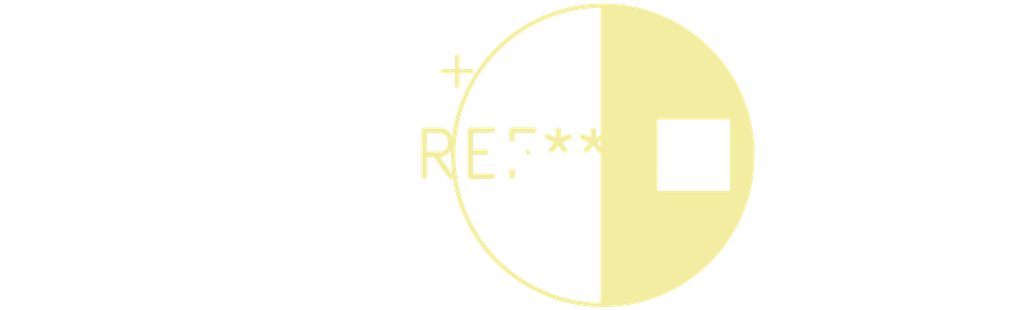
<source format=kicad_pcb>
(kicad_pcb (version 20240108) (generator pcbnew)
  (layers (0 "F.Cu" signal) (31 "B.Cu" signal) (34 "B.Paste" user) (35 "F.Paste" user) (36 "B.SilkS" user "B.Silkscreen") (37 "F.SilkS" user "F.Silkscreen") (38 "B.Mask" user) (39 "F.Mask" user) (44 "Edge.Cuts" user))
  (net 0 "")
  (footprint "CP_Radial_D8.0mm_P5.00mm" (layer "F.Cu") (at 0 0)
    (property "Reference" "REF**")
    (property "Value" "CP_Radial_D8.0mm_P5.00mm")
    (fp_line (start -1.909698 -2.315) (end -1.109698 -2.315) (layer "F.SilkS") (stroke (width 0.12)))
    (fp_line (start -1.509698 -2.715) (end -1.509698 -1.915) (layer "F.SilkS") (stroke (width 0.12)))
    (fp_line (start 2.5 -4.08) (end 2.5 4.08) (layer "F.SilkS") (stroke (width 0.12)))
    (fp_line (start 2.54 -4.08) (end 2.54 4.08) (layer "F.SilkS") (stroke (width 0.12)))
    (fp_line (start 2.58 -4.08) (end 2.58 4.08) (layer "F.SilkS") (stroke (width 0.12)))
    (fp_line (start 2.62 -4.079) (end 2.62 4.079) (layer "F.SilkS") (stroke (width 0.12)))
    (fp_line (start 2.66 -4.077) (end 2.66 4.077) (layer "F.SilkS") (stroke (width 0.12)))
    (fp_line (start 2.7 -4.076) (end 2.7 4.076) (layer "F.SilkS") (stroke (width 0.12)))
    (fp_line (start 2.74 -4.074) (end 2.74 4.074) (layer "F.SilkS") (stroke (width 0.12)))
    (fp_line (start 2.78 -4.071) (end 2.78 4.071) (layer "F.SilkS") (stroke (width 0.12)))
    (fp_line (start 2.82 -4.068) (end 2.82 4.068) (layer "F.SilkS") (stroke (width 0.12)))
    (fp_line (start 2.86 -4.065) (end 2.86 4.065) (layer "F.SilkS") (stroke (width 0.12)))
    (fp_line (start 2.9 -4.061) (end 2.9 4.061) (layer "F.SilkS") (stroke (width 0.12)))
    (fp_line (start 2.94 -4.057) (end 2.94 4.057) (layer "F.SilkS") (stroke (width 0.12)))
    (fp_line (start 2.98 -4.052) (end 2.98 4.052) (layer "F.SilkS") (stroke (width 0.12)))
    (fp_line (start 3.02 -4.048) (end 3.02 4.048) (layer "F.SilkS") (stroke (width 0.12)))
    (fp_line (start 3.06 -4.042) (end 3.06 4.042) (layer "F.SilkS") (stroke (width 0.12)))
    (fp_line (start 3.1 -4.037) (end 3.1 4.037) (layer "F.SilkS") (stroke (width 0.12)))
    (fp_line (start 3.14 -4.03) (end 3.14 4.03) (layer "F.SilkS") (stroke (width 0.12)))
    (fp_line (start 3.18 -4.024) (end 3.18 4.024) (layer "F.SilkS") (stroke (width 0.12)))
    (fp_line (start 3.221 -4.017) (end 3.221 4.017) (layer "F.SilkS") (stroke (width 0.12)))
    (fp_line (start 3.261 -4.01) (end 3.261 4.01) (layer "F.SilkS") (stroke (width 0.12)))
    (fp_line (start 3.301 -4.002) (end 3.301 4.002) (layer "F.SilkS") (stroke (width 0.12)))
    (fp_line (start 3.341 -3.994) (end 3.341 3.994) (layer "F.SilkS") (stroke (width 0.12)))
    (fp_line (start 3.381 -3.985) (end 3.381 3.985) (layer "F.SilkS") (stroke (width 0.12)))
    (fp_line (start 3.421 -3.976) (end 3.421 3.976) (layer "F.SilkS") (stroke (width 0.12)))
    (fp_line (start 3.461 -3.967) (end 3.461 3.967) (layer "F.SilkS") (stroke (width 0.12)))
    (fp_line (start 3.501 -3.957) (end 3.501 3.957) (layer "F.SilkS") (stroke (width 0.12)))
    (fp_line (start 3.541 -3.947) (end 3.541 3.947) (layer "F.SilkS") (stroke (width 0.12)))
    (fp_line (start 3.581 -3.936) (end 3.581 3.936) (layer "F.SilkS") (stroke (width 0.12)))
    (fp_line (start 3.621 -3.925) (end 3.621 3.925) (layer "F.SilkS") (stroke (width 0.12)))
    (fp_line (start 3.661 -3.914) (end 3.661 3.914) (layer "F.SilkS") (stroke (width 0.12)))
    (fp_line (start 3.701 -3.902) (end 3.701 3.902) (layer "F.SilkS") (stroke (width 0.12)))
    (fp_line (start 3.741 -3.889) (end 3.741 3.889) (layer "F.SilkS") (stroke (width 0.12)))
    (fp_line (start 3.781 -3.877) (end 3.781 3.877) (layer "F.SilkS") (stroke (width 0.12)))
    (fp_line (start 3.821 -3.863) (end 3.821 3.863) (layer "F.SilkS") (stroke (width 0.12)))
    (fp_line (start 3.861 -3.85) (end 3.861 3.85) (layer "F.SilkS") (stroke (width 0.12)))
    (fp_line (start 3.901 -3.835) (end 3.901 3.835) (layer "F.SilkS") (stroke (width 0.12)))
    (fp_line (start 3.941 -3.821) (end 3.941 3.821) (layer "F.SilkS") (stroke (width 0.12)))
    (fp_line (start 3.981 -3.805) (end 3.981 -1.04) (layer "F.SilkS") (stroke (width 0.12)))
    (fp_line (start 3.981 1.04) (end 3.981 3.805) (layer "F.SilkS") (stroke (width 0.12)))
    (fp_line (start 4.021 -3.79) (end 4.021 -1.04) (layer "F.SilkS") (stroke (width 0.12)))
    (fp_line (start 4.021 1.04) (end 4.021 3.79) (layer "F.SilkS") (stroke (width 0.12)))
    (fp_line (start 4.061 -3.774) (end 4.061 -1.04) (layer "F.SilkS") (stroke (width 0.12)))
    (fp_line (start 4.061 1.04) (end 4.061 3.774) (layer "F.SilkS") (stroke (width 0.12)))
    (fp_line (start 4.101 -3.757) (end 4.101 -1.04) (layer "F.SilkS") (stroke (width 0.12)))
    (fp_line (start 4.101 1.04) (end 4.101 3.757) (layer "F.SilkS") (stroke (width 0.12)))
    (fp_line (start 4.141 -3.74) (end 4.141 -1.04) (layer "F.SilkS") (stroke (width 0.12)))
    (fp_line (start 4.141 1.04) (end 4.141 3.74) (layer "F.SilkS") (stroke (width 0.12)))
    (fp_line (start 4.181 -3.722) (end 4.181 -1.04) (layer "F.SilkS") (stroke (width 0.12)))
    (fp_line (start 4.181 1.04) (end 4.181 3.722) (layer "F.SilkS") (stroke (width 0.12)))
    (fp_line (start 4.221 -3.704) (end 4.221 -1.04) (layer "F.SilkS") (stroke (width 0.12)))
    (fp_line (start 4.221 1.04) (end 4.221 3.704) (layer "F.SilkS") (stroke (width 0.12)))
    (fp_line (start 4.261 -3.686) (end 4.261 -1.04) (layer "F.SilkS") (stroke (width 0.12)))
    (fp_line (start 4.261 1.04) (end 4.261 3.686) (layer "F.SilkS") (stroke (width 0.12)))
    (fp_line (start 4.301 -3.666) (end 4.301 -1.04) (layer "F.SilkS") (stroke (width 0.12)))
    (fp_line (start 4.301 1.04) (end 4.301 3.666) (layer "F.SilkS") (stroke (width 0.12)))
    (fp_line (start 4.341 -3.647) (end 4.341 -1.04) (layer "F.SilkS") (stroke (width 0.12)))
    (fp_line (start 4.341 1.04) (end 4.341 3.647) (layer "F.SilkS") (stroke (width 0.12)))
    (fp_line (start 4.381 -3.627) (end 4.381 -1.04) (layer "F.SilkS") (stroke (width 0.12)))
    (fp_line (start 4.381 1.04) (end 4.381 3.627) (layer "F.SilkS") (stroke (width 0.12)))
    (fp_line (start 4.421 -3.606) (end 4.421 -1.04) (layer "F.SilkS") (stroke (width 0.12)))
    (fp_line (start 4.421 1.04) (end 4.421 3.606) (layer "F.SilkS") (stroke (width 0.12)))
    (fp_line (start 4.461 -3.584) (end 4.461 -1.04) (layer "F.SilkS") (stroke (width 0.12)))
    (fp_line (start 4.461 1.04) (end 4.461 3.584) (layer "F.SilkS") (stroke (width 0.12)))
    (fp_line (start 4.501 -3.562) (end 4.501 -1.04) (layer "F.SilkS") (stroke (width 0.12)))
    (fp_line (start 4.501 1.04) (end 4.501 3.562) (layer "F.SilkS") (stroke (width 0.12)))
    (fp_line (start 4.541 -3.54) (end 4.541 -1.04) (layer "F.SilkS") (stroke (width 0.12)))
    (fp_line (start 4.541 1.04) (end 4.541 3.54) (layer "F.SilkS") (stroke (width 0.12)))
    (fp_line (start 4.581 -3.517) (end 4.581 -1.04) (layer "F.SilkS") (stroke (width 0.12)))
    (fp_line (start 4.581 1.04) (end 4.581 3.517) (layer "F.SilkS") (stroke (width 0.12)))
    (fp_line (start 4.621 -3.493) (end 4.621 -1.04) (layer "F.SilkS") (stroke (width 0.12)))
    (fp_line (start 4.621 1.04) (end 4.621 3.493) (layer "F.SilkS") (stroke (width 0.12)))
    (fp_line (start 4.661 -3.469) (end 4.661 -1.04) (layer "F.SilkS") (stroke (width 0.12)))
    (fp_line (start 4.661 1.04) (end 4.661 3.469) (layer "F.SilkS") (stroke (width 0.12)))
    (fp_line (start 4.701 -3.444) (end 4.701 -1.04) (layer "F.SilkS") (stroke (width 0.12)))
    (fp_line (start 4.701 1.04) (end 4.701 3.444) (layer "F.SilkS") (stroke (width 0.12)))
    (fp_line (start 4.741 -3.418) (end 4.741 -1.04) (layer "F.SilkS") (stroke (width 0.12)))
    (fp_line (start 4.741 1.04) (end 4.741 3.418) (layer "F.SilkS") (stroke (width 0.12)))
    (fp_line (start 4.781 -3.392) (end 4.781 -1.04) (layer "F.SilkS") (stroke (width 0.12)))
    (fp_line (start 4.781 1.04) (end 4.781 3.392) (layer "F.SilkS") (stroke (width 0.12)))
    (fp_line (start 4.821 -3.365) (end 4.821 -1.04) (layer "F.SilkS") (stroke (width 0.12)))
    (fp_line (start 4.821 1.04) (end 4.821 3.365) (layer "F.SilkS") (stroke (width 0.12)))
    (fp_line (start 4.861 -3.338) (end 4.861 -1.04) (layer "F.SilkS") (stroke (width 0.12)))
    (fp_line (start 4.861 1.04) (end 4.861 3.338) (layer "F.SilkS") (stroke (width 0.12)))
    (fp_line (start 4.901 -3.309) (end 4.901 -1.04) (layer "F.SilkS") (stroke (width 0.12)))
    (fp_line (start 4.901 1.04) (end 4.901 3.309) (layer "F.SilkS") (stroke (width 0.12)))
    (fp_line (start 4.941 -3.28) (end 4.941 -1.04) (layer "F.SilkS") (stroke (width 0.12)))
    (fp_line (start 4.941 1.04) (end 4.941 3.28) (layer "F.SilkS") (stroke (width 0.12)))
    (fp_line (start 4.981 -3.25) (end 4.981 -1.04) (layer "F.SilkS") (stroke (width 0.12)))
    (fp_line (start 4.981 1.04) (end 4.981 3.25) (layer "F.SilkS") (stroke (width 0.12)))
    (fp_line (start 5.021 -3.22) (end 5.021 -1.04) (layer "F.SilkS") (stroke (width 0.12)))
    (fp_line (start 5.021 1.04) (end 5.021 3.22) (layer "F.SilkS") (stroke (width 0.12)))
    (fp_line (start 5.061 -3.189) (end 5.061 -1.04) (layer "F.SilkS") (stroke (width 0.12)))
    (fp_line (start 5.061 1.04) (end 5.061 3.189) (layer "F.SilkS") (stroke (width 0.12)))
    (fp_line (start 5.101 -3.156) (end 5.101 -1.04) (layer "F.SilkS") (stroke (width 0.12)))
    (fp_line (start 5.101 1.04) (end 5.101 3.156) (layer "F.SilkS") (stroke (width 0.12)))
    (fp_line (start 5.141 -3.124) (end 5.141 -1.04) (layer "F.SilkS") (stroke (width 0.12)))
    (fp_line (start 5.141 1.04) (end 5.141 3.124) (layer "F.SilkS") (stroke (width 0.12)))
    (fp_line (start 5.181 -3.09) (end 5.181 -1.04) (layer "F.SilkS") (stroke (width 0.12)))
    (fp_line (start 5.181 1.04) (end 5.181 3.09) (layer "F.SilkS") (stroke (width 0.12)))
    (fp_line (start 5.221 -3.055) (end 5.221 -1.04) (layer "F.SilkS") (stroke (width 0.12)))
    (fp_line (start 5.221 1.04) (end 5.221 3.055) (layer "F.SilkS") (stroke (width 0.12)))
    (fp_line (start 5.261 -3.019) (end 5.261 -1.04) (layer "F.SilkS") (stroke (width 0.12)))
    (fp_line (start 5.261 1.04) (end 5.261 3.019) (layer "F.SilkS") (stroke (width 0.12)))
    (fp_line (start 5.301 -2.983) (end 5.301 -1.04) (layer "F.SilkS") (stroke (width 0.12)))
    (fp_line (start 5.301 1.04) (end 5.301 2.983) (layer "F.SilkS") (stroke (width 0.12)))
    (fp_line (start 5.341 -2.945) (end 5.341 -1.04) (layer "F.SilkS") (stroke (width 0.12)))
    (fp_line (start 5.341 1.04) (end 5.341 2.945) (layer "F.SilkS") (stroke (width 0.12)))
    (fp_line (start 5.381 -2.907) (end 5.381 -1.04) (layer "F.SilkS") (stroke (width 0.12)))
    (fp_line (start 5.381 1.04) (end 5.381 2.907) (layer "F.SilkS") (stroke (width 0.12)))
    (fp_line (start 5.421 -2.867) (end 5.421 -1.04) (layer "F.SilkS") (stroke (width 0.12)))
    (fp_line (start 5.421 1.04) (end 5.421 2.867) (layer "F.SilkS") (stroke (width 0.12)))
    (fp_line (start 5.461 -2.826) (end 5.461 -1.04) (layer "F.SilkS") (stroke (width 0.12)))
    (fp_line (start 5.461 1.04) (end 5.461 2.826) (layer "F.SilkS") (stroke (width 0.12)))
    (fp_line (start 5.501 -2.784) (end 5.501 -1.04) (layer "F.SilkS") (stroke (width 0.12)))
    (fp_line (start 5.501 1.04) (end 5.501 2.784) (layer "F.SilkS") (stroke (width 0.12)))
    (fp_line (start 5.541 -2.741) (end 5.541 -1.04) (layer "F.SilkS") (stroke (width 0.12)))
    (fp_line (start 5.541 1.04) (end 5.541 2.741) (layer "F.SilkS") (stroke (width 0.12)))
    (fp_line (start 5.581 -2.697) (end 5.581 -1.04) (layer "F.SilkS") (stroke (width 0.12)))
    (fp_line (start 5.581 1.04) (end 5.581 2.697) (layer "F.SilkS") (stroke (width 0.12)))
    (fp_line (start 5.621 -2.651) (end 5.621 -1.04) (layer "F.SilkS") (stroke (width 0.12)))
    (fp_line (start 5.621 1.04) (end 5.621 2.651) (layer "F.SilkS") (stroke (width 0.12)))
    (fp_line (start 5.661 -2.604) (end 5.661 -1.04) (layer "F.SilkS") (stroke (width 0.12)))
    (fp_line (start 5.661 1.04) (end 5.661 2.604) (layer "F.SilkS") (stroke (width 0.12)))
    (fp_line (start 5.701 -2.556) (end 5.701 -1.04) (layer "F.SilkS") (stroke (width 0.12)))
    (fp_line (start 5.701 1.04) (end 5.701 2.556) (layer "F.SilkS") (stroke (width 0.12)))
    (fp_line (start 5.741 -2.505) (end 5.741 -1.04) (layer "F.SilkS") (stroke (width 0.12)))
    (fp_line (start 5.741 1.04) (end 5.741 2.505) (layer "F.SilkS") (stroke (width 0.12)))
    (fp_line (start 5.781 -2.454) (end 5.781 -1.04) (layer "F.SilkS") (stroke (width 0.12)))
    (fp_line (start 5.781 1.04) (end 5.781 2.454) (layer "F.SilkS") (stroke (width 0.12)))
    (fp_line (start 5.821 -2.4) (end 5.821 -1.04) (layer "F.SilkS") (stroke (width 0.12)))
    (fp_line (start 5.821 1.04) (end 5.821 2.4) (layer "F.SilkS") (stroke (width 0.12)))
    (fp_line (start 5.861 -2.345) (end 5.861 -1.04) (layer "F.SilkS") (stroke (width 0.12)))
    (fp_line (start 5.861 1.04) (end 5.861 2.345) (layer "F.SilkS") (stroke (width 0.12)))
    (fp_line (start 5.901 -2.287) (end 5.901 -1.04) (layer "F.SilkS") (stroke (width 0.12)))
    (fp_line (start 5.901 1.04) (end 5.901 2.287) (layer "F.SilkS") (stroke (width 0.12)))
    (fp_line (start 5.941 -2.228) (end 5.941 -1.04) (layer "F.SilkS") (stroke (width 0.12)))
    (fp_line (start 5.941 1.04) (end 5.941 2.228) (layer "F.SilkS") (stroke (width 0.12)))
    (fp_line (start 5.981 -2.166) (end 5.981 -1.04) (layer "F.SilkS") (stroke (width 0.12)))
    (fp_line (start 5.981 1.04) (end 5.981 2.166) (layer "F.SilkS") (stroke (width 0.12)))
    (fp_line (start 6.021 -2.102) (end 6.021 -1.04) (layer "F.SilkS") (stroke (width 0.12)))
    (fp_line (start 6.021 1.04) (end 6.021 2.102) (layer "F.SilkS") (stroke (width 0.12)))
    (fp_line (start 6.061 -2.034) (end 6.061 2.034) (layer "F.SilkS") (stroke (width 0.12)))
    (fp_line (start 6.101 -1.964) (end 6.101 1.964) (layer "F.SilkS") (stroke (width 0.12)))
    (fp_line (start 6.141 -1.89) (end 6.141 1.89) (layer "F.SilkS") (stroke (width 0.12)))
    (fp_line (start 6.181 -1.813) (end 6.181 1.813) (layer "F.SilkS") (stroke (width 0.12)))
    (fp_line (start 6.221 -1.731) (end 6.221 1.731) (layer "F.SilkS") (stroke (width 0.12)))
    (fp_line (start 6.261 -1.645) (end 6.261 1.645) (layer "F.SilkS") (stroke (width 0.12)))
    (fp_line (start 6.301 -1.552) (end 6.301 1.552) (layer "F.SilkS") (stroke (width 0.12)))
    (fp_line (start 6.341 -1.453) (end 6.341 1.453) (layer "F.SilkS") (stroke (width 0.12)))
    (fp_line (start 6.381 -1.346) (end 6.381 1.346) (layer "F.SilkS") (stroke (width 0.12)))
    (fp_line (start 6.421 -1.229) (end 6.421 1.229) (layer "F.SilkS") (stroke (width 0.12)))
    (fp_line (start 6.461 -1.098) (end 6.461 1.098) (layer "F.SilkS") (stroke (width 0.12)))
    (fp_line (start 6.501 -0.948) (end 6.501 0.948) (layer "F.SilkS") (stroke (width 0.12)))
    (fp_line (start 6.541 -0.768) (end 6.541 0.768) (layer "F.SilkS") (stroke (width 0.12)))
    (fp_line (start 6.581 -0.533) (end 6.581 0.533) (layer "F.SilkS") (stroke (width 0.12)))
    (fp_circle (center 2.5 0) (end 6.62 0) (layer "F.SilkS") (stroke (width 0.12)) (fill none))
    (pad "1" thru_hole rect (at 0 0) (size 1.6 1.6) (drill 0.8) (layers *.Cu *.Mask) (remove_unused_layers))
    (pad "2" thru_hole circle (at 5 0) (size 1.6 1.6) (drill 0.8) (layers *.Cu *.Mask) (remove_unused_layers))
  )
)
</source>
